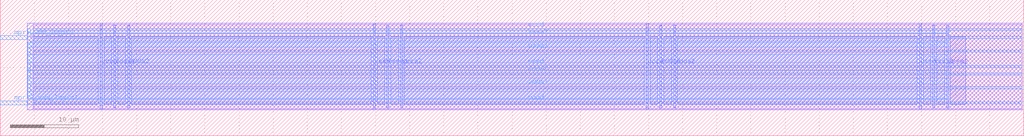
<source format=lef>
VERSION 5.7 ;
  NOWIREEXTENSIONATPIN ON ;
  DIVIDERCHAR "/" ;
  BUSBITCHARS "[]" ;
MACRO mgmt_protect_hv
  CLASS BLOCK ;
  FOREIGN mgmt_protect_hv ;
  ORIGIN 0.000 0.000 ;
  SIZE 150.000 BY 20.000 ;
  PIN mprj2_vdd_logic1
    DIRECTION OUTPUT TRISTATE ;
    USE SIGNAL ;
    PORT
      LAYER met3 ;
        RECT 0.000 4.510 4.000 5.110 ;
    END
  END mprj2_vdd_logic1
  PIN mprj_vdd_logic1
    DIRECTION OUTPUT TRISTATE ;
    USE SIGNAL ;
    PORT
      LAYER met3 ;
        RECT 0.000 14.130 4.000 14.730 ;
    END
  END mprj_vdd_logic1
  PIN vccd
    DIRECTION INOUT ;
    USE POWER ;
    PORT
      LAYER met2 ;
        RECT 94.650 3.815 94.950 16.535 ;
    END
  END vccd
  PIN vccd
    DIRECTION INOUT ;
    USE POWER ;
    PORT
      LAYER met2 ;
        RECT 14.650 3.815 14.950 16.535 ;
    END
  END vccd
  PIN vccd
    DIRECTION INOUT ;
    USE POWER ;
    PORT
      LAYER met3 ;
        RECT 4.800 15.465 149.760 15.765 ;
    END
  END vccd
  PIN vccd
    DIRECTION INOUT ;
    USE POWER ;
    PORT
      LAYER met3 ;
        RECT 4.800 4.665 149.760 4.965 ;
    END
  END vccd
  PIN vssd
    DIRECTION INOUT ;
    USE GROUND ;
    PORT
      LAYER met2 ;
        RECT 134.650 3.815 134.950 16.535 ;
    END
  END vssd
  PIN vssd
    DIRECTION INOUT ;
    USE GROUND ;
    PORT
      LAYER met2 ;
        RECT 54.650 3.815 54.950 16.535 ;
    END
  END vssd
  PIN vssd
    DIRECTION INOUT ;
    USE GROUND ;
    PORT
      LAYER met3 ;
        RECT 4.800 10.065 149.760 10.365 ;
    END
  END vssd
  PIN vdda1
    DIRECTION INOUT ;
    USE POWER ;
    PORT
      LAYER met2 ;
        RECT 96.650 4.070 96.950 16.280 ;
    END
  END vdda1
  PIN vdda1
    DIRECTION INOUT ;
    USE POWER ;
    PORT
      LAYER met2 ;
        RECT 16.650 4.070 16.950 16.280 ;
    END
  END vdda1
  PIN vdda1
    DIRECTION INOUT ;
    USE POWER ;
    PORT
      LAYER met3 ;
        RECT 4.800 6.920 149.760 7.220 ;
    END
  END vdda1
  PIN vssa1
    DIRECTION INOUT ;
    USE GROUND ;
    PORT
      LAYER met2 ;
        RECT 136.650 4.070 136.950 16.280 ;
    END
  END vssa1
  PIN vssa1
    DIRECTION INOUT ;
    USE GROUND ;
    PORT
      LAYER met2 ;
        RECT 56.650 4.070 56.950 16.280 ;
    END
  END vssa1
  PIN vssa1
    DIRECTION INOUT ;
    USE GROUND ;
    PORT
      LAYER met3 ;
        RECT 4.800 12.320 149.760 12.620 ;
    END
  END vssa1
  PIN vdda2
    DIRECTION INOUT ;
    USE POWER ;
    PORT
      LAYER met2 ;
        RECT 98.650 4.070 98.950 16.280 ;
    END
  END vdda2
  PIN vdda2
    DIRECTION INOUT ;
    USE POWER ;
    PORT
      LAYER met2 ;
        RECT 18.650 4.070 18.950 16.280 ;
    END
  END vdda2
  PIN vdda2
    DIRECTION INOUT ;
    USE POWER ;
    PORT
      LAYER met3 ;
        RECT 4.800 8.920 149.760 9.220 ;
    END
  END vdda2
  PIN vssa2
    DIRECTION INOUT ;
    USE GROUND ;
    PORT
      LAYER met2 ;
        RECT 138.650 4.070 138.950 16.280 ;
    END
  END vssa2
  PIN vssa2
    DIRECTION INOUT ;
    USE GROUND ;
    PORT
      LAYER met2 ;
        RECT 58.650 4.070 58.950 16.280 ;
    END
  END vssa2
  PIN vssa2
    DIRECTION INOUT ;
    USE GROUND ;
    PORT
      LAYER met3 ;
        RECT 4.800 14.320 149.760 14.620 ;
    END
  END vssa2
  OBS
      LAYER li1 ;
        RECT 4.800 3.985 149.760 16.365 ;
      LAYER met1 ;
        RECT 3.920 3.815 149.760 16.535 ;
      LAYER met2 ;
        RECT 3.940 4.625 14.370 14.615 ;
        RECT 15.230 4.625 16.370 14.615 ;
        RECT 17.230 4.625 18.370 14.615 ;
        RECT 19.230 4.625 54.370 14.615 ;
        RECT 55.230 4.625 56.370 14.615 ;
        RECT 57.230 4.625 58.370 14.615 ;
        RECT 59.230 4.625 94.370 14.615 ;
        RECT 95.230 4.625 96.370 14.615 ;
        RECT 97.230 4.625 98.370 14.615 ;
        RECT 99.230 4.625 134.370 14.615 ;
        RECT 135.230 4.625 136.370 14.615 ;
        RECT 137.230 4.625 138.370 14.615 ;
        RECT 139.230 4.625 141.490 14.615 ;
      LAYER met3 ;
        RECT 4.000 15.130 4.400 15.780 ;
        RECT 4.400 15.020 138.965 15.065 ;
        RECT 4.400 13.730 138.965 13.920 ;
        RECT 4.000 13.020 138.965 13.730 ;
        RECT 4.000 11.920 4.400 13.020 ;
        RECT 4.000 10.765 138.965 11.920 ;
        RECT 4.000 9.665 4.400 10.765 ;
        RECT 4.000 9.620 138.965 9.665 ;
        RECT 4.000 8.520 4.400 9.620 ;
        RECT 4.000 7.620 138.965 8.520 ;
        RECT 4.000 6.520 4.400 7.620 ;
        RECT 4.000 5.510 138.965 6.520 ;
        RECT 4.400 5.365 138.965 5.510 ;
  END
END mgmt_protect_hv
END LIBRARY


</source>
